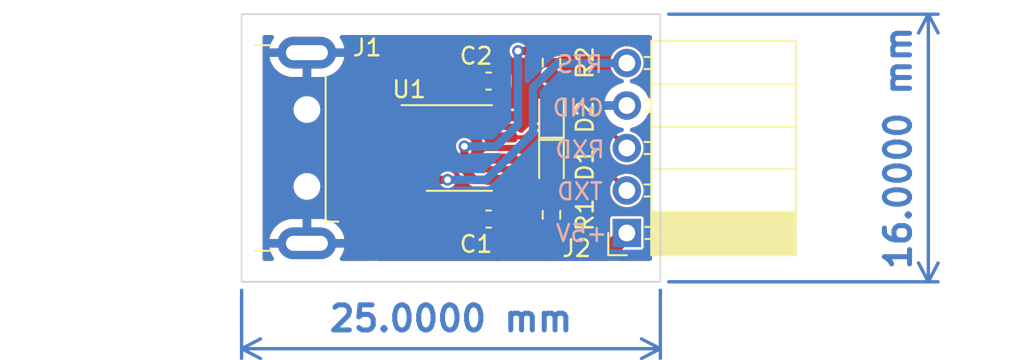
<source format=kicad_pcb>
(kicad_pcb (version 20211014) (generator pcbnew)
  (layers (0 "F.Cu" signal) (31 "B.Cu" signal) (34 "B.Paste" user) (35 "F.Paste" user) (36 "B.SilkS" user "B.Silkscreen") (37 "F.SilkS" user "F.Silkscreen") (38 "B.Mask" user) (39 "F.Mask" user) (44 "Edge.Cuts" user))
  (net 0 "")
  (net 1 "+5V")
  (net 2 "GND")
  (net 3 "Net-(C2-Pad1)")
  (net 4 "/TXD")
  (net 5 "Net-(D1-Pad2)")
  (net 6 "/RXD")
  (net 7 "Net-(D2-Pad2)")
  (net 8 "/D-")
  (net 9 "/D+")
  (net 10 "/RTS")
  (footprint "LED_SMD:LED_0603_1608Metric" (layer "F.Cu") (at 88.5 82 -90)
    (fp_text reference "D1" (at 0 -2 90) (layer "F.SilkS"))
    (fp_text value "LED")
    (fp_line (start -1.485 0.735) (end 0.8 0.735) (layer "F.SilkS") (width 0.12))
    (fp_line (start 0.8 -0.735) (end -1.485 -0.735) (layer "F.SilkS") (width 0.12))
    (fp_line (start -1.485 -0.735) (end -1.485 0.735) (layer "F.SilkS") (width 0.12))
    (pad "1" smd roundrect (at -0.7875 0 270) (size 0.875 0.95) (layers "F.Cu" "F.Paste" "F.Mask") (net 4 "/TXD"))
    (pad "2" smd roundrect (at 0.7875 0 270) (size 0.875 0.95) (layers "F.Cu" "F.Paste" "F.Mask") (net 5 "Net-(D1-Pad2)"))
  )
  (footprint "Resistor_SMD:R_0603_1608Metric" (layer "F.Cu") (at 88.5 85 90)
    (fp_text reference "R1" (at 0 2 90) (layer "F.SilkS"))
    (fp_text value "4.7K")
    (fp_line (start -0.237258 -0.5225) (end 0.237258 -0.5225) (layer "F.SilkS") (width 0.12))
    (fp_line (start -0.237258 0.5225) (end 0.237258 0.5225) (layer "F.SilkS") (width 0.12))
    (pad "1" smd roundrect (at -0.825 0 90) (size 0.8 0.95) (layers "F.Cu" "F.Paste" "F.Mask") (net 1 "+5V"))
    (pad "2" smd roundrect (at 0.825 0 90) (size 0.8 0.95) (layers "F.Cu" "F.Paste" "F.Mask") (net 5 "Net-(D1-Pad2)"))
  )
  (footprint "Resistor_SMD:R_0603_1608Metric" (layer "F.Cu") (at 88.5 75.9 -90)
    (fp_text reference "R2" (at 0 -2 90) (layer "F.SilkS"))
    (fp_text value "4.7K")
    (fp_line (start -0.237258 -0.5225) (end 0.237258 -0.5225) (layer "F.SilkS") (width 0.12))
    (fp_line (start -0.237258 0.5225) (end 0.237258 0.5225) (layer "F.SilkS") (width 0.12))
    (pad "1" smd roundrect (at -0.825 0 270) (size 0.8 0.95) (layers "F.Cu" "F.Paste" "F.Mask") (net 1 "+5V"))
    (pad "2" smd roundrect (at 0.825 0 270) (size 0.8 0.95) (layers "F.Cu" "F.Paste" "F.Mask") (net 7 "Net-(D2-Pad2)"))
  )
  (footprint "Package_SO:SOIC-8_3.9x4.9mm_P1.27mm" (layer "F.Cu") (at 83 81)
    (fp_text reference "U1" (at -3 -3.5) (layer "F.SilkS"))
    (fp_text value "CH330N")
    (fp_line (start 0 -2.56) (end 1.95 -2.56) (layer "F.SilkS") (width 0.12))
    (fp_line (start 0 -2.56) (end -3.45 -2.56) (layer "F.SilkS") (width 0.12))
    (fp_line (start 0 2.56) (end 1.95 2.56) (layer "F.SilkS") (width 0.12))
    (fp_line (start 0 2.56) (end -1.95 2.56) (layer "F.SilkS") (width 0.12))
    (pad "1" smd roundrect (at -2.475 -1.905) (size 1.95 0.6) (layers "F.Cu" "F.Paste" "F.Mask") (net 9 "/D+"))
    (pad "2" smd roundrect (at -2.475 -0.635) (size 1.95 0.6) (layers "F.Cu" "F.Paste" "F.Mask") (net 8 "/D-"))
    (pad "3" smd roundrect (at -2.475 0.635) (size 1.95 0.6) (layers "F.Cu" "F.Paste" "F.Mask") (net 2 "GND"))
    (pad "4" smd roundrect (at -2.475 1.905) (size 1.95 0.6) (layers "F.Cu" "F.Paste" "F.Mask") (net 10 "/RTS"))
    (pad "5" smd roundrect (at 2.475 1.905) (size 1.95 0.6) (layers "F.Cu" "F.Paste" "F.Mask") (net 1 "+5V"))
    (pad "6" smd roundrect (at 2.475 0.635) (size 1.95 0.6) (layers "F.Cu" "F.Paste" "F.Mask") (net 4 "/TXD"))
    (pad "7" smd roundrect (at 2.475 -0.635) (size 1.95 0.6) (layers "F.Cu" "F.Paste" "F.Mask") (net 6 "/RXD"))
    (pad "8" smd roundrect (at 2.475 -1.905) (size 1.95 0.6) (layers "F.Cu" "F.Paste" "F.Mask") (net 3 "Net-(C2-Pad1)"))
  )
  (footprint "Capacitor_SMD:C_0603_1608Metric" (layer "F.Cu") (at 84.75 77 180)
    (fp_text reference "C2" (at 0.75 1.5) (layer "F.SilkS"))
    (fp_text value "104")
    (fp_line (start -0.14058 -0.51) (end 0.14058 -0.51) (layer "F.SilkS") (width 0.12))
    (fp_line (start -0.14058 0.51) (end 0.14058 0.51) (layer "F.SilkS") (width 0.12))
    (pad "1" smd roundrect (at -0.775 0 180) (size 0.9 0.95) (layers "F.Cu" "F.Paste" "F.Mask") (net 3 "Net-(C2-Pad1)"))
    (pad "2" smd roundrect (at 0.775 0 180) (size 0.9 0.95) (layers "F.Cu" "F.Paste" "F.Mask") (net 2 "GND"))
  )
  (footprint "Capacitor_SMD:C_0603_1608Metric" (layer "F.Cu") (at 84.75 85.25 180)
    (fp_text reference "C1" (at 0.75 -1.5) (layer "F.SilkS"))
    (fp_text value "104")
    (fp_line (start -0.14058 -0.51) (end 0.14058 -0.51) (layer "F.SilkS") (width 0.12))
    (fp_line (start -0.14058 0.51) (end 0.14058 0.51) (layer "F.SilkS") (width 0.12))
    (pad "1" smd roundrect (at -0.775 0 180) (size 0.9 0.95) (layers "F.Cu" "F.Paste" "F.Mask") (net 1 "+5V"))
    (pad "2" smd roundrect (at 0.775 0 180) (size 0.9 0.95) (layers "F.Cu" "F.Paste" "F.Mask") (net 2 "GND"))
  )
  (footprint "LED_SMD:LED_0603_1608Metric" (layer "F.Cu") (at 88.5 78.9 90)
    (fp_text reference "D2" (at -0.25 2 90) (layer "F.SilkS"))
    (fp_text value "LED")
    (fp_line (start -1.485 -0.735) (end -1.485 0.735) (layer "F.SilkS") (width 0.12))
    (fp_line (start 0.8 -0.735) (end -1.485 -0.735) (layer "F.SilkS") (width 0.12))
    (fp_line (start -1.485 0.735) (end 0.8 0.735) (layer "F.SilkS") (width 0.12))
    (pad "1" smd roundrect (at -0.7875 0 90) (size 0.875 0.95) (layers "F.Cu" "F.Paste" "F.Mask") (net 6 "/RXD"))
    (pad "2" smd roundrect (at 0.7875 0 90) (size 0.875 0.95) (layers "F.Cu" "F.Paste" "F.Mask") (net 7 "Net-(D2-Pad2)"))
  )
  (footprint "Connector_PinSocket_2.54mm:PinSocket_1x05_P2.54mm_Horizontal" (layer "F.Cu") (at 93 86.08 180)
    (fp_text reference "J2" (at 3 -0.92) (layer "F.SilkS"))
    (fp_text value "Conn_01x05")
    (fp_line (start -1.46 7.26) (end -1.05 7.26) (layer "F.SilkS") (width 0.12))
    (fp_line (start -10.09 0.325235) (end -1.46 0.325235) (layer "F.SilkS") (width 0.12))
    (fp_line (start -10.09 -0.02905) (end -1.46 -0.02905) (layer "F.SilkS") (width 0.12))
    (fp_line (start -1.46 5.44) (end -1.05 5.44) (layer "F.SilkS") (width 0.12))
    (fp_line (start -1.46 9.8) (end -1.05 9.8) (layer "F.SilkS") (width 0.12))
    (fp_line (start -10.09 -0.383335) (end -1.46 -0.383335) (layer "F.SilkS") (width 0.12))
    (fp_line (start -10.09 1.27) (end -1.46 1.27) (layer "F.SilkS") (width 0.12))
    (fp_line (start -1.46 2.9) (end -1.05 2.9) (layer "F.SilkS") (width 0.12))
    (fp_line (start -10.09 -1.091905) (end -1.46 -1.091905) (layer "F.SilkS") (width 0.12))
    (fp_line (start 1.11 -1.33) (end 1.11 0) (layer "F.SilkS") (width 0.12))
    (fp_line (start -10.09 0.561425) (end -1.46 0.561425) (layer "F.SilkS") (width 0.12))
    (fp_line (start -1.46 7.98) (end -1.05 7.98) (layer "F.SilkS") (width 0.12))
    (fp_line (start -10.09 -0.619525) (end -1.46 -0.619525) (layer "F.SilkS") (width 0.12))
    (fp_line (start -10.09 8.89) (end -1.46 8.89) (layer "F.SilkS") (width 0.12))
    (fp_line (start -1.46 0.36) (end -1.11 0.36) (layer "F.SilkS") (width 0.12))
    (fp_line (start -10.09 0.44333) (end -1.46 0.44333) (layer "F.SilkS") (width 0.12))
    (fp_line (start -10.09 1.1519) (end -1.46 1.1519) (layer "F.SilkS") (width 0.12))
    (fp_line (start -10.09 3.81) (end -1.46 3.81) (layer "F.SilkS") (width 0.12))
    (fp_line (start -10.09 -0.147145) (end -1.46 -0.147145) (layer "F.SilkS") (width 0.12))
    (fp_line (start -10.09 -0.97381) (end -1.46 -0.97381) (layer "F.SilkS") (width 0.12))
    (fp_line (start -1.46 10.52) (end -1.05 10.52) (layer "F.SilkS") (width 0.12))
    (fp_line (start -10.09 -0.50143) (end -1.46 -0.50143) (layer "F.SilkS") (width 0.12))
    (fp_line (start -10.09 0.797615) (end -1.46 0.797615) (layer "F.SilkS") (width 0.12))
    (fp_line (start 0 -1.33) (end 1.11 -1.33) (layer "F.SilkS") (width 0.12))
    (fp_line (start -1.46 2.18) (end -1.05 2.18) (layer "F.SilkS") (width 0.12))
    (fp_line (start -10.09 0.20714) (end -1.46 0.20714) (layer "F.SilkS") (width 0.12))
    (fp_line (start -10.09 6.35) (end -1.46 6.35) (layer "F.SilkS") (width 0.12))
    (fp_line (start -10.09 -0.73762) (end -1.46 -0.73762) (layer "F.SilkS") (width 0.12))
    (fp_line (start -1.46 4.72) (end -1.05 4.72) (layer "F.SilkS") (width 0.12))
    (fp_line (start -10.09 -1.33) (end -1.46 -1.33) (layer "F.SilkS") (width 0.12))
    (fp_line (start -10.09 -1.21) (end -1.46 -1.21) (layer "F.SilkS") (width 0.12))
    (fp_line (start -10.09 0.67952) (end -1.46 0.67952) (layer "F.SilkS") (width 0.12))
    (fp_line (start -10.09 -0.855715) (end -1.46 -0.855715) (layer "F.SilkS") (width 0.12))
    (fp_line (start -10.09 -0.26524) (end -1.46 -0.26524) (layer "F.SilkS") (width 0.12))
    (fp_line (start -1.46 -0.36) (end -1.11 -0.36) (layer "F.SilkS") (width 0.12))
    (fp_line (start -10.09 0.089045) (end -1.46 0.089045) (layer "F.SilkS") (width 0.12))
    (fp_line (start -10.09 11.49) (end -1.46 11.49) (layer "F.SilkS") (width 0.12))
    (fp_line (start -10.09 1.033805) (end -1.46 1.033805) (layer "F.SilkS") (width 0.12))
    (fp_line (start -1.46 -1.33) (end -1.46 11.49) (layer "F.SilkS") (width 0.12))
    (fp_line (start -10.09 0.91571) (end -1.46 0.91571) (layer "F.SilkS") (width 0.12))
    (fp_line (start -10.09 -1.33) (end -10.09 11.49) (layer "F.SilkS") (width 0.12))
    (pad "1" thru_hole rect (at 0 0 180) (size 1.7 1.7) (drill 1) (layers *.Cu *.Mask) (net 1 "+5V"))
    (pad "2" thru_hole oval (at 0 2.54 180) (size 1.7 1.7) (drill 1) (layers *.Cu *.Mask) (net 4 "/TXD"))
    (pad "3" thru_hole oval (at 0 5.08 180) (size 1.7 1.7) (drill 1) (layers *.Cu *.Mask) (net 6 "/RXD"))
    (pad "4" thru_hole oval (at 0 7.62 180) (size 1.7 1.7) (drill 1) (layers *.Cu *.Mask) (net 2 "GND"))
    (pad "5" thru_hole oval (at 0 10.16 180) (size 1.7 1.7) (drill 1) (layers *.Cu *.Mask) (net 10 "/RTS"))
  )
  (footprint "Connector_USB:USB_A_CNCTech_1001-011-01101_Horizontal" (layer "F.Cu") (at 67 81 180)
    (fp_text reference "J1" (at -10.5 6) (layer "F.SilkS"))
    (fp_text value "USB_A")
    (fp_line (start -8.02 -4.4) (end -8.02 4.4) (layer "F.SilkS") (width 0.12))
    (fp_line (start -8.02 -4.4) (end -8.775 -4.4) (layer "F.SilkS") (width 0.12))
    (fp_line (start -4.85 -6.145) (end -3.8 -6.145) (layer "F.SilkS") (width 0.12))
    (fp_line (start -4.85 6.145) (end -3.8 6.145) (layer "F.SilkS") (width 0.12))
    (pad "" np_thru_hole circle (at -6.9 -2.3 180) (size 1.1 1.1) (drill 1.1) (layers *.Cu *.Mask))
    (pad "" np_thru_hole circle (at -6.9 2.3 180) (size 1.1 1.1) (drill 1.1) (layers *.Cu *.Mask))
    (pad "1" smd rect (at -9.65 -3.5 180) (size 2.5 1.1) (layers "F.Cu" "F.Paste" "F.Mask") (net 1 "+5V"))
    (pad "2" smd rect (at -9.65 -1 180) (size 2.5 1.1) (layers "F.Cu" "F.Paste" "F.Mask") (net 8 "/D-"))
    (pad "3" smd rect (at -9.65 1 180) (size 2.5 1.1) (layers "F.Cu" "F.Paste" "F.Mask") (net 9 "/D+"))
    (pad "4" smd rect (at -9.65 3.5 180) (size 2.5 1.1) (layers "F.Cu" "F.Paste" "F.Mask") (net 2 "GND"))
    (pad "5" thru_hole oval (at -6.9 5.7 180) (size 3.5 1.9) (drill oval 2.5 0.9) (layers *.Cu *.Mask) (net 2 "GND"))
    (pad "5" thru_hole oval (at -6.9 -5.7 180) (size 3.5 1.9) (drill oval 2.5 0.9) (layers *.Cu *.Mask) (net 2 "GND"))
  )
  (gr_line (start 70 73) (end 95 73) (layer "Edge.Cuts") (width 0.1))
  (gr_line (start 95 89) (end 70 89) (layer "Edge.Cuts") (width 0.1))
  (gr_line (start 95 73) (end 95 89) (layer "Edge.Cuts") (width 0.1))
  (gr_line (start 70 89) (end 70 73) (layer "Edge.Cuts") (width 0.1))
  (gr_text "RXD" (at 90.2 81.1) (layer "B.SilkS") (effects (font (size 1 1)) (justify mirror)))
  (gr_text "RTS" (at 90.2 76) (layer "B.SilkS") (effects (font (size 1 1)) (justify mirror)))
  (gr_text "GND" (at 90.1 78.6) (layer "B.SilkS") (effects (font (size 1 1)) (justify mirror)))
  (gr_text "+5V" (at 90.3 86.1) (layer "B.SilkS") (effects (font (size 1 1)) (justify mirror)))
  (gr_text "TXD" (at 90.2 83.6) (layer "B.SilkS") (effects (font (size 1 1)) (justify mirror)))
  (dimension (type aligned) (layer "B.Cu") (pts (xy 70 89) (xy 95 89)) (height 3.999999) (gr_text "25.0000 mm" (at 82.5 91.199999) (layer "B.Cu") (effects (font (size 1.5 1.5) (thickness 0.3)))) (format (units 3) (units_format 1) (precision 4)) (style (thickness 0.2) (arrow_length 1.27) (text_position_mode 0) (extension_height 0.58642) (extension_offset 0.5) keep_text_aligned))
  (dimension (type aligned) (layer "B.Cu") (pts (xy 95 89) (xy 95 73)) (height 16) (gr_text "16.0000 mm" (at 109.2 81 90) (layer "B.Cu") (effects (font (size 1.5 1.5) (thickness 0.3)))) (format (units 3) (units_format 1) (precision 4)) (style (thickness 0.2) (arrow_length 1.27) (text_position_mode 0) (extension_height 0.58642) (extension_offset 0.5) keep_text_aligned))
  (segment (start 91.83 87.25) (end 93 86.08) (width 1) (layer "F.Cu") (net 1))
  (segment (start 83.3 82.3) (end 83.3 80.9) (width 0.5) (layer "F.Cu") (net 1))
  (segment (start 86.5 75.2) (end 88.475 75.2) (width 0.5) (layer "F.Cu") (net 1))
  (segment (start 85.525 86.975) (end 85.525 85.25) (width 1) (layer "F.Cu") (net 1))
  (segment (start 85.25 87.25) (end 85.525 86.975) (width 1) (layer "F.Cu") (net 1))
  (segment (start 85.5 85.25) (end 85.475 85.225) (width 0.5) (layer "F.Cu") (net 1))
  (segment (start 85.475 82.905) (end 83.905 82.905) (width 0.5) (layer "F.Cu") (net 1))
  (segment (start 85.525 85.25) (end 85.5 85.25) (width 0.5) (layer "F.Cu") (net 1))
  (segment (start 88.475 75.2) (end 88.5 75.175) (width 0.5) (layer "F.Cu") (net 1))
  (segment (start 88.5 85.825) (end 88.5 87.25) (width 1) (layer "F.Cu") (net 1))
  (segment (start 76.65 84.5) (end 76.65 85.65) (width 1) (layer "F.Cu") (net 1))
  (segment (start 76.65 85.65) (end 78.25 87.25) (width 1) (layer "F.Cu") (net 1))
  (segment (start 88.5 87.25) (end 91.83 87.25) (width 1) (layer "F.Cu") (net 1))
  (segment (start 85.25 87.25) (end 88.5 87.25) (width 1) (layer "F.Cu") (net 1))
  (segment (start 85.475 85.225) (end 85.475 82.905) (width 0.5) (layer "F.Cu") (net 1))
  (segment (start 83.905 82.905) (end 83.3 82.3) (width 0.5) (layer "F.Cu") (net 1))
  (segment (start 78.25 87.25) (end 85.25 87.25) (width 1) (layer "F.Cu") (net 1))
  (via (at 86.5 75.2) (size 0.7) (drill 0.4) (layers "F.Cu" "B.Cu") (net 1))
  (via (at 83.3 80.9) (size 0.7) (drill 0.4) (layers "F.Cu" "B.Cu") (net 1))
  (segment locked (start 86.5 79.6) (end 86.5 75.2) (width 0.5) (layer "B.Cu") (net 1))
  (segment (start 83.3 80.9) (end 85.2 80.9) (width 0.5) (layer "B.Cu") (net 1))
  (segment (start 85.2 80.9) (end 86.5 79.6) (width 0.5) (layer "B.Cu") (net 1))
  (segment (start 85.525 79.045) (end 85.475 79.095) (width 0.5) (layer "F.Cu") (net 3))
  (segment (start 85.525 77) (end 85.525 79.045) (width 0.5) (layer "F.Cu") (net 3))
  (segment (start 88.0775 81.635) (end 88.5 81.2125) (width 0.25) (layer "F.Cu") (net 4))
  (segment (start 93 83.54) (end 90.6725 81.2125) (width 0.25) (layer "F.Cu") (net 4))
  (segment (start 85.475 81.635) (end 88.0775 81.635) (width 0.25) (layer "F.Cu") (net 4))
  (segment (start 90.6725 81.2125) (end 88.5 81.2125) (width 0.25) (layer "F.Cu") (net 4))
  (segment (start 88.5 82.7875) (end 88.5 84.175) (width 0.5) (layer "F.Cu") (net 5))
  (segment (start 85.475 80.365) (end 86.885 80.365) (width 0.25) (layer "F.Cu") (net 6))
  (segment (start 88.5 79.7875) (end 91.7875 79.7875) (width 0.25) (layer "F.Cu") (net 6))
  (segment (start 87.5 79.75) (end 88.4625 79.75) (width 0.25) (layer "F.Cu") (net 6))
  (segment (start 86.885 80.365) (end 87.5 79.75) (width 0.25) (layer "F.Cu") (net 6))
  (segment (start 91.7875 79.7875) (end 93 81) (width 0.25) (layer "F.Cu") (net 6))
  (segment (start 88.4625 79.75) (end 88.5 79.7875) (width 0.25) (layer "F.Cu") (net 6))
  (segment (start 88.5 76.825) (end 88.5 78.2125) (width 0.5) (layer "F.Cu") (net 7))
  (segment (start 79.304056 80) (end 78.089056 81.215) (width 0.28) (layer "F.Cu") (net 8))
  (segment (start 78.089056 81.215) (end 77.435 81.215) (width 0.28) (layer "F.Cu") (net 8))
  (segment (start 80.16 80) (end 79.304056 80) (width 0.28) (layer "F.Cu") (net 8))
  (segment (start 80.525 80.365) (end 80.16 80) (width 0.28) (layer "F.Cu") (net 8))
  (segment (start 77.435 81.215) (end 76.65 82) (width 0.28) (layer "F.Cu") (net 8))
  (segment (start 79.600944 79.095) (end 77.910944 80.785) (width 0.28) (layer "F.Cu") (net 9))
  (segment (start 77.435 80.785) (end 76.65 80) (width 0.28) (layer "F.Cu") (net 9))
  (segment (start 77.910944 80.785) (end 77.435 80.785) (width 0.28) (layer "F.Cu") (net 9))
  (segment (start 80.525 79.095) (end 79.600944 79.095) (width 0.28) (layer "F.Cu") (net 9))
  (segment (start 82.3 82.9) (end 82.295 82.905) (width 0.5) (layer "F.Cu") (net 10))
  (segment (start 82.295 82.905) (end 80.525 82.905) (width 0.5) (layer "F.Cu") (net 10))
  (via (at 82.3 82.9) (size 0.7) (drill 0.4) (layers "F.Cu" "B.Cu") (net 10))
  (segment (start 84.6 82.9) (end 87.4 80.1) (width 0.5) (layer "B.Cu") (net 10))
  (segment (start 82.3 82.9) (end 84.6 82.9) (width 0.5) (layer "B.Cu") (net 10))
  (segment (start 87.4 80.1) (end 87.4 77.4) (width 0.5) (layer "B.Cu") (net 10))
  (segment (start 88.88 75.92) (end 93 75.92) (width 0.5) (layer "B.Cu") (net 10))
  (segment (start 87.4 77.4) (end 88.88 75.92) (width 0.5) (layer "B.Cu") (net 10))
  (zone (net 2) (net_name "GND") (layer "F.Cu") (name "GND_layer") (connect_pads (clearance 0.15)) (min_thickness 0.254) (fill yes (thermal_gap 0.508) (thermal_bridge_width 0.508) (smoothing fillet) (radius 1))
    (polygon (pts (xy 95 89) (xy 70 89) (xy 70 73) (xy 95 73)))
  )
  (zone (net 2) (net_name "GND") (layer "B.Cu") (name "GND_layer") (connect_pads (clearance 0.15)) (min_thickness 0.254) (fill yes (thermal_gap 0.508) (thermal_bridge_width 0.508) (smoothing fillet) (radius 1))
    (polygon (pts (xy 95 89) (xy 70 89) (xy 70 73) (xy 95 73)))
  )
)
</source>
